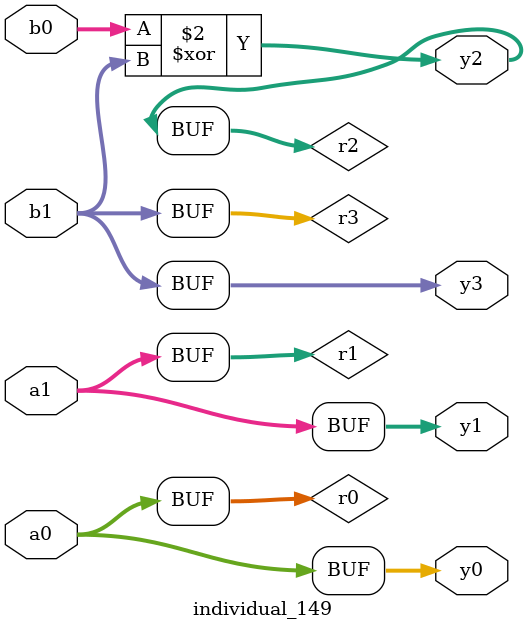
<source format=sv>
module individual_149(input logic [15:0] a1, input logic [15:0] a0, input logic [15:0] b1, input logic [15:0] b0, output logic [15:0] y3, output logic [15:0] y2, output logic [15:0] y1, output logic [15:0] y0);
logic [15:0] r0, r1, r2, r3; 
 always@(*) begin 
	 r0 = a0; r1 = a1; r2 = b0; r3 = b1; 
 	 r2  ^=  b1 ;
 	 y3 = r3; y2 = r2; y1 = r1; y0 = r0; 
end
endmodule
</source>
